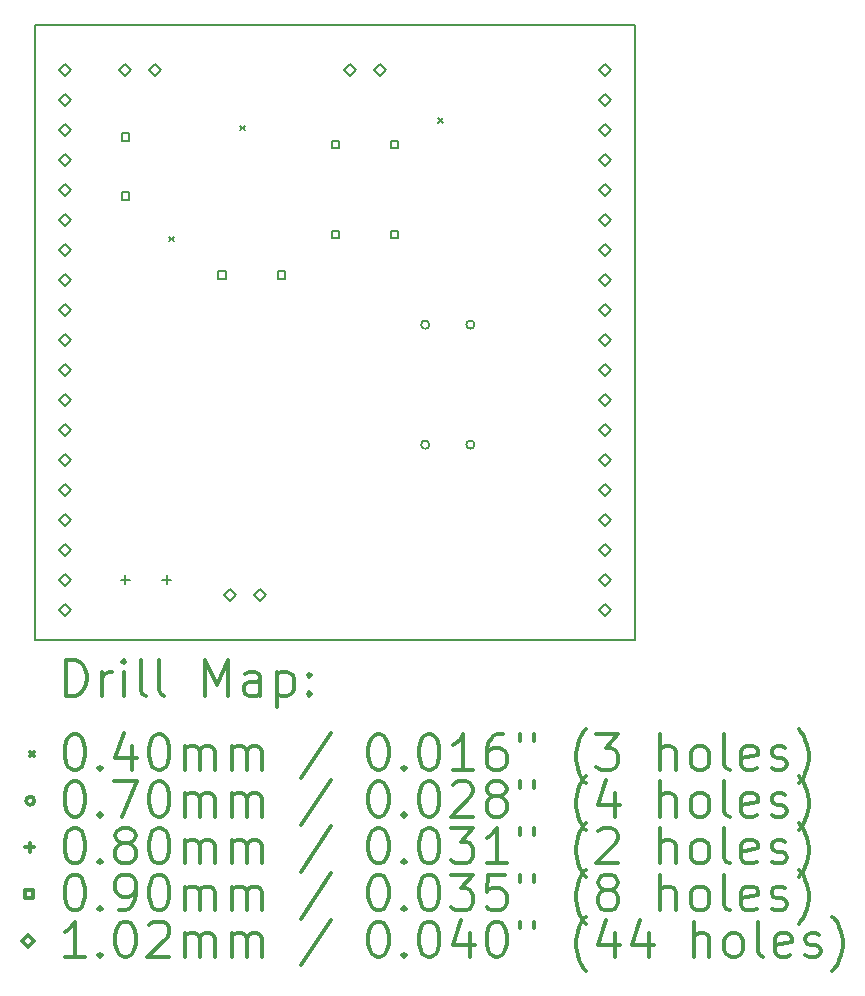
<source format=gbr>
%FSLAX45Y45*%
G04 Gerber Fmt 4.5, Leading zero omitted, Abs format (unit mm)*
G04 Created by KiCad (PCBNEW 4.0.4+e1-6308~48~ubuntu16.04.1-stable) date Wed Oct 12 16:00:18 2016*
%MOMM*%
%LPD*%
G01*
G04 APERTURE LIST*
%ADD10C,0.127000*%
%ADD11C,0.150000*%
%ADD12C,0.200000*%
%ADD13C,0.300000*%
G04 APERTURE END LIST*
D10*
D11*
X10795000Y-13081000D02*
X10541000Y-13081000D01*
X10795000Y-7874000D02*
X10795000Y-13081000D01*
X10541000Y-7874000D02*
X10795000Y-7874000D01*
X10541000Y-7874000D02*
X5715000Y-7874000D01*
X5715000Y-13081000D02*
X10541000Y-13081000D01*
X5715000Y-7874000D02*
X5715000Y-13081000D01*
D12*
X6850700Y-9670100D02*
X6890700Y-9710100D01*
X6890700Y-9670100D02*
X6850700Y-9710100D01*
X7447600Y-8730300D02*
X7487600Y-8770300D01*
X7487600Y-8730300D02*
X7447600Y-8770300D01*
X9124000Y-8666800D02*
X9164000Y-8706800D01*
X9164000Y-8666800D02*
X9124000Y-8706800D01*
X9051798Y-10413948D02*
G75*
G03X9051798Y-10413948I-35052J0D01*
G01*
X9051798Y-11429948D02*
G75*
G03X9051798Y-11429948I-35052J0D01*
G01*
X9433306Y-10414052D02*
G75*
G03X9433306Y-10414052I-35052J0D01*
G01*
X9433306Y-11430052D02*
G75*
G03X9433306Y-11430052I-35052J0D01*
G01*
X6477000Y-12533000D02*
X6477000Y-12613000D01*
X6437000Y-12573000D02*
X6517000Y-12573000D01*
X6827000Y-12533000D02*
X6827000Y-12613000D01*
X6787000Y-12573000D02*
X6867000Y-12573000D01*
X6508820Y-8858320D02*
X6508820Y-8794680D01*
X6445180Y-8794680D01*
X6445180Y-8858320D01*
X6508820Y-8858320D01*
X6508820Y-9358320D02*
X6508820Y-9294680D01*
X6445180Y-9294680D01*
X6445180Y-9358320D01*
X6508820Y-9358320D01*
X7329620Y-10026720D02*
X7329620Y-9963080D01*
X7265980Y-9963080D01*
X7265980Y-10026720D01*
X7329620Y-10026720D01*
X7829620Y-10026720D02*
X7829620Y-9963080D01*
X7765980Y-9963080D01*
X7765980Y-10026720D01*
X7829620Y-10026720D01*
X8286820Y-8921820D02*
X8286820Y-8858180D01*
X8223180Y-8858180D01*
X8223180Y-8921820D01*
X8286820Y-8921820D01*
X8286820Y-9683820D02*
X8286820Y-9620180D01*
X8223180Y-9620180D01*
X8223180Y-9683820D01*
X8286820Y-9683820D01*
X8786820Y-8921820D02*
X8786820Y-8858180D01*
X8723180Y-8858180D01*
X8723180Y-8921820D01*
X8786820Y-8921820D01*
X8786820Y-9683820D02*
X8786820Y-9620180D01*
X8723180Y-9620180D01*
X8723180Y-9683820D01*
X8786820Y-9683820D01*
X5969000Y-8305800D02*
X6019800Y-8255000D01*
X5969000Y-8204200D01*
X5918200Y-8255000D01*
X5969000Y-8305800D01*
X5969000Y-8559800D02*
X6019800Y-8509000D01*
X5969000Y-8458200D01*
X5918200Y-8509000D01*
X5969000Y-8559800D01*
X5969000Y-8813800D02*
X6019800Y-8763000D01*
X5969000Y-8712200D01*
X5918200Y-8763000D01*
X5969000Y-8813800D01*
X5969000Y-9067800D02*
X6019800Y-9017000D01*
X5969000Y-8966200D01*
X5918200Y-9017000D01*
X5969000Y-9067800D01*
X5969000Y-9321800D02*
X6019800Y-9271000D01*
X5969000Y-9220200D01*
X5918200Y-9271000D01*
X5969000Y-9321800D01*
X5969000Y-9575800D02*
X6019800Y-9525000D01*
X5969000Y-9474200D01*
X5918200Y-9525000D01*
X5969000Y-9575800D01*
X5969000Y-9829800D02*
X6019800Y-9779000D01*
X5969000Y-9728200D01*
X5918200Y-9779000D01*
X5969000Y-9829800D01*
X5969000Y-10083800D02*
X6019800Y-10033000D01*
X5969000Y-9982200D01*
X5918200Y-10033000D01*
X5969000Y-10083800D01*
X5969000Y-10337800D02*
X6019800Y-10287000D01*
X5969000Y-10236200D01*
X5918200Y-10287000D01*
X5969000Y-10337800D01*
X5969000Y-10591800D02*
X6019800Y-10541000D01*
X5969000Y-10490200D01*
X5918200Y-10541000D01*
X5969000Y-10591800D01*
X5969000Y-10845800D02*
X6019800Y-10795000D01*
X5969000Y-10744200D01*
X5918200Y-10795000D01*
X5969000Y-10845800D01*
X5969000Y-11099800D02*
X6019800Y-11049000D01*
X5969000Y-10998200D01*
X5918200Y-11049000D01*
X5969000Y-11099800D01*
X5969000Y-11353800D02*
X6019800Y-11303000D01*
X5969000Y-11252200D01*
X5918200Y-11303000D01*
X5969000Y-11353800D01*
X5969000Y-11607800D02*
X6019800Y-11557000D01*
X5969000Y-11506200D01*
X5918200Y-11557000D01*
X5969000Y-11607800D01*
X5969000Y-11861800D02*
X6019800Y-11811000D01*
X5969000Y-11760200D01*
X5918200Y-11811000D01*
X5969000Y-11861800D01*
X5969000Y-12115800D02*
X6019800Y-12065000D01*
X5969000Y-12014200D01*
X5918200Y-12065000D01*
X5969000Y-12115800D01*
X5969000Y-12369800D02*
X6019800Y-12319000D01*
X5969000Y-12268200D01*
X5918200Y-12319000D01*
X5969000Y-12369800D01*
X5969000Y-12623800D02*
X6019800Y-12573000D01*
X5969000Y-12522200D01*
X5918200Y-12573000D01*
X5969000Y-12623800D01*
X5969000Y-12877800D02*
X6019800Y-12827000D01*
X5969000Y-12776200D01*
X5918200Y-12827000D01*
X5969000Y-12877800D01*
X6477000Y-8305800D02*
X6527800Y-8255000D01*
X6477000Y-8204200D01*
X6426200Y-8255000D01*
X6477000Y-8305800D01*
X6731000Y-8305800D02*
X6781800Y-8255000D01*
X6731000Y-8204200D01*
X6680200Y-8255000D01*
X6731000Y-8305800D01*
X7366000Y-12750800D02*
X7416800Y-12700000D01*
X7366000Y-12649200D01*
X7315200Y-12700000D01*
X7366000Y-12750800D01*
X7620000Y-12750800D02*
X7670800Y-12700000D01*
X7620000Y-12649200D01*
X7569200Y-12700000D01*
X7620000Y-12750800D01*
X8382000Y-8305800D02*
X8432800Y-8255000D01*
X8382000Y-8204200D01*
X8331200Y-8255000D01*
X8382000Y-8305800D01*
X8636000Y-8305800D02*
X8686800Y-8255000D01*
X8636000Y-8204200D01*
X8585200Y-8255000D01*
X8636000Y-8305800D01*
X10541000Y-8305800D02*
X10591800Y-8255000D01*
X10541000Y-8204200D01*
X10490200Y-8255000D01*
X10541000Y-8305800D01*
X10541000Y-8559800D02*
X10591800Y-8509000D01*
X10541000Y-8458200D01*
X10490200Y-8509000D01*
X10541000Y-8559800D01*
X10541000Y-8813800D02*
X10591800Y-8763000D01*
X10541000Y-8712200D01*
X10490200Y-8763000D01*
X10541000Y-8813800D01*
X10541000Y-9067800D02*
X10591800Y-9017000D01*
X10541000Y-8966200D01*
X10490200Y-9017000D01*
X10541000Y-9067800D01*
X10541000Y-9321800D02*
X10591800Y-9271000D01*
X10541000Y-9220200D01*
X10490200Y-9271000D01*
X10541000Y-9321800D01*
X10541000Y-9575800D02*
X10591800Y-9525000D01*
X10541000Y-9474200D01*
X10490200Y-9525000D01*
X10541000Y-9575800D01*
X10541000Y-9829800D02*
X10591800Y-9779000D01*
X10541000Y-9728200D01*
X10490200Y-9779000D01*
X10541000Y-9829800D01*
X10541000Y-10083800D02*
X10591800Y-10033000D01*
X10541000Y-9982200D01*
X10490200Y-10033000D01*
X10541000Y-10083800D01*
X10541000Y-10337800D02*
X10591800Y-10287000D01*
X10541000Y-10236200D01*
X10490200Y-10287000D01*
X10541000Y-10337800D01*
X10541000Y-10591800D02*
X10591800Y-10541000D01*
X10541000Y-10490200D01*
X10490200Y-10541000D01*
X10541000Y-10591800D01*
X10541000Y-10845800D02*
X10591800Y-10795000D01*
X10541000Y-10744200D01*
X10490200Y-10795000D01*
X10541000Y-10845800D01*
X10541000Y-11099800D02*
X10591800Y-11049000D01*
X10541000Y-10998200D01*
X10490200Y-11049000D01*
X10541000Y-11099800D01*
X10541000Y-11353800D02*
X10591800Y-11303000D01*
X10541000Y-11252200D01*
X10490200Y-11303000D01*
X10541000Y-11353800D01*
X10541000Y-11607800D02*
X10591800Y-11557000D01*
X10541000Y-11506200D01*
X10490200Y-11557000D01*
X10541000Y-11607800D01*
X10541000Y-11861800D02*
X10591800Y-11811000D01*
X10541000Y-11760200D01*
X10490200Y-11811000D01*
X10541000Y-11861800D01*
X10541000Y-12115800D02*
X10591800Y-12065000D01*
X10541000Y-12014200D01*
X10490200Y-12065000D01*
X10541000Y-12115800D01*
X10541000Y-12369800D02*
X10591800Y-12319000D01*
X10541000Y-12268200D01*
X10490200Y-12319000D01*
X10541000Y-12369800D01*
X10541000Y-12623800D02*
X10591800Y-12573000D01*
X10541000Y-12522200D01*
X10490200Y-12573000D01*
X10541000Y-12623800D01*
X10541000Y-12877800D02*
X10591800Y-12827000D01*
X10541000Y-12776200D01*
X10490200Y-12827000D01*
X10541000Y-12877800D01*
D13*
X5978928Y-13554214D02*
X5978928Y-13254214D01*
X6050357Y-13254214D01*
X6093214Y-13268500D01*
X6121786Y-13297071D01*
X6136071Y-13325643D01*
X6150357Y-13382786D01*
X6150357Y-13425643D01*
X6136071Y-13482786D01*
X6121786Y-13511357D01*
X6093214Y-13539929D01*
X6050357Y-13554214D01*
X5978928Y-13554214D01*
X6278928Y-13554214D02*
X6278928Y-13354214D01*
X6278928Y-13411357D02*
X6293214Y-13382786D01*
X6307500Y-13368500D01*
X6336071Y-13354214D01*
X6364643Y-13354214D01*
X6464643Y-13554214D02*
X6464643Y-13354214D01*
X6464643Y-13254214D02*
X6450357Y-13268500D01*
X6464643Y-13282786D01*
X6478928Y-13268500D01*
X6464643Y-13254214D01*
X6464643Y-13282786D01*
X6650357Y-13554214D02*
X6621786Y-13539929D01*
X6607500Y-13511357D01*
X6607500Y-13254214D01*
X6807500Y-13554214D02*
X6778928Y-13539929D01*
X6764643Y-13511357D01*
X6764643Y-13254214D01*
X7150357Y-13554214D02*
X7150357Y-13254214D01*
X7250357Y-13468500D01*
X7350357Y-13254214D01*
X7350357Y-13554214D01*
X7621786Y-13554214D02*
X7621786Y-13397071D01*
X7607500Y-13368500D01*
X7578928Y-13354214D01*
X7521786Y-13354214D01*
X7493214Y-13368500D01*
X7621786Y-13539929D02*
X7593214Y-13554214D01*
X7521786Y-13554214D01*
X7493214Y-13539929D01*
X7478928Y-13511357D01*
X7478928Y-13482786D01*
X7493214Y-13454214D01*
X7521786Y-13439929D01*
X7593214Y-13439929D01*
X7621786Y-13425643D01*
X7764643Y-13354214D02*
X7764643Y-13654214D01*
X7764643Y-13368500D02*
X7793214Y-13354214D01*
X7850357Y-13354214D01*
X7878928Y-13368500D01*
X7893214Y-13382786D01*
X7907500Y-13411357D01*
X7907500Y-13497071D01*
X7893214Y-13525643D01*
X7878928Y-13539929D01*
X7850357Y-13554214D01*
X7793214Y-13554214D01*
X7764643Y-13539929D01*
X8036071Y-13525643D02*
X8050357Y-13539929D01*
X8036071Y-13554214D01*
X8021786Y-13539929D01*
X8036071Y-13525643D01*
X8036071Y-13554214D01*
X8036071Y-13368500D02*
X8050357Y-13382786D01*
X8036071Y-13397071D01*
X8021786Y-13382786D01*
X8036071Y-13368500D01*
X8036071Y-13397071D01*
X5667500Y-14028500D02*
X5707500Y-14068500D01*
X5707500Y-14028500D02*
X5667500Y-14068500D01*
X6036071Y-13884214D02*
X6064643Y-13884214D01*
X6093214Y-13898500D01*
X6107500Y-13912786D01*
X6121786Y-13941357D01*
X6136071Y-13998500D01*
X6136071Y-14069929D01*
X6121786Y-14127071D01*
X6107500Y-14155643D01*
X6093214Y-14169929D01*
X6064643Y-14184214D01*
X6036071Y-14184214D01*
X6007500Y-14169929D01*
X5993214Y-14155643D01*
X5978928Y-14127071D01*
X5964643Y-14069929D01*
X5964643Y-13998500D01*
X5978928Y-13941357D01*
X5993214Y-13912786D01*
X6007500Y-13898500D01*
X6036071Y-13884214D01*
X6264643Y-14155643D02*
X6278928Y-14169929D01*
X6264643Y-14184214D01*
X6250357Y-14169929D01*
X6264643Y-14155643D01*
X6264643Y-14184214D01*
X6536071Y-13984214D02*
X6536071Y-14184214D01*
X6464643Y-13869929D02*
X6393214Y-14084214D01*
X6578928Y-14084214D01*
X6750357Y-13884214D02*
X6778928Y-13884214D01*
X6807500Y-13898500D01*
X6821786Y-13912786D01*
X6836071Y-13941357D01*
X6850357Y-13998500D01*
X6850357Y-14069929D01*
X6836071Y-14127071D01*
X6821786Y-14155643D01*
X6807500Y-14169929D01*
X6778928Y-14184214D01*
X6750357Y-14184214D01*
X6721786Y-14169929D01*
X6707500Y-14155643D01*
X6693214Y-14127071D01*
X6678928Y-14069929D01*
X6678928Y-13998500D01*
X6693214Y-13941357D01*
X6707500Y-13912786D01*
X6721786Y-13898500D01*
X6750357Y-13884214D01*
X6978928Y-14184214D02*
X6978928Y-13984214D01*
X6978928Y-14012786D02*
X6993214Y-13998500D01*
X7021786Y-13984214D01*
X7064643Y-13984214D01*
X7093214Y-13998500D01*
X7107500Y-14027071D01*
X7107500Y-14184214D01*
X7107500Y-14027071D02*
X7121786Y-13998500D01*
X7150357Y-13984214D01*
X7193214Y-13984214D01*
X7221786Y-13998500D01*
X7236071Y-14027071D01*
X7236071Y-14184214D01*
X7378928Y-14184214D02*
X7378928Y-13984214D01*
X7378928Y-14012786D02*
X7393214Y-13998500D01*
X7421786Y-13984214D01*
X7464643Y-13984214D01*
X7493214Y-13998500D01*
X7507500Y-14027071D01*
X7507500Y-14184214D01*
X7507500Y-14027071D02*
X7521786Y-13998500D01*
X7550357Y-13984214D01*
X7593214Y-13984214D01*
X7621786Y-13998500D01*
X7636071Y-14027071D01*
X7636071Y-14184214D01*
X8221786Y-13869929D02*
X7964643Y-14255643D01*
X8607500Y-13884214D02*
X8636071Y-13884214D01*
X8664643Y-13898500D01*
X8678928Y-13912786D01*
X8693214Y-13941357D01*
X8707500Y-13998500D01*
X8707500Y-14069929D01*
X8693214Y-14127071D01*
X8678928Y-14155643D01*
X8664643Y-14169929D01*
X8636071Y-14184214D01*
X8607500Y-14184214D01*
X8578928Y-14169929D01*
X8564643Y-14155643D01*
X8550357Y-14127071D01*
X8536071Y-14069929D01*
X8536071Y-13998500D01*
X8550357Y-13941357D01*
X8564643Y-13912786D01*
X8578928Y-13898500D01*
X8607500Y-13884214D01*
X8836071Y-14155643D02*
X8850357Y-14169929D01*
X8836071Y-14184214D01*
X8821786Y-14169929D01*
X8836071Y-14155643D01*
X8836071Y-14184214D01*
X9036071Y-13884214D02*
X9064643Y-13884214D01*
X9093214Y-13898500D01*
X9107500Y-13912786D01*
X9121786Y-13941357D01*
X9136071Y-13998500D01*
X9136071Y-14069929D01*
X9121786Y-14127071D01*
X9107500Y-14155643D01*
X9093214Y-14169929D01*
X9064643Y-14184214D01*
X9036071Y-14184214D01*
X9007500Y-14169929D01*
X8993214Y-14155643D01*
X8978928Y-14127071D01*
X8964643Y-14069929D01*
X8964643Y-13998500D01*
X8978928Y-13941357D01*
X8993214Y-13912786D01*
X9007500Y-13898500D01*
X9036071Y-13884214D01*
X9421786Y-14184214D02*
X9250357Y-14184214D01*
X9336071Y-14184214D02*
X9336071Y-13884214D01*
X9307500Y-13927071D01*
X9278928Y-13955643D01*
X9250357Y-13969929D01*
X9678928Y-13884214D02*
X9621786Y-13884214D01*
X9593214Y-13898500D01*
X9578928Y-13912786D01*
X9550357Y-13955643D01*
X9536071Y-14012786D01*
X9536071Y-14127071D01*
X9550357Y-14155643D01*
X9564643Y-14169929D01*
X9593214Y-14184214D01*
X9650357Y-14184214D01*
X9678928Y-14169929D01*
X9693214Y-14155643D01*
X9707500Y-14127071D01*
X9707500Y-14055643D01*
X9693214Y-14027071D01*
X9678928Y-14012786D01*
X9650357Y-13998500D01*
X9593214Y-13998500D01*
X9564643Y-14012786D01*
X9550357Y-14027071D01*
X9536071Y-14055643D01*
X9821786Y-13884214D02*
X9821786Y-13941357D01*
X9936071Y-13884214D02*
X9936071Y-13941357D01*
X10378928Y-14298500D02*
X10364643Y-14284214D01*
X10336071Y-14241357D01*
X10321786Y-14212786D01*
X10307500Y-14169929D01*
X10293214Y-14098500D01*
X10293214Y-14041357D01*
X10307500Y-13969929D01*
X10321786Y-13927071D01*
X10336071Y-13898500D01*
X10364643Y-13855643D01*
X10378928Y-13841357D01*
X10464643Y-13884214D02*
X10650357Y-13884214D01*
X10550357Y-13998500D01*
X10593214Y-13998500D01*
X10621786Y-14012786D01*
X10636071Y-14027071D01*
X10650357Y-14055643D01*
X10650357Y-14127071D01*
X10636071Y-14155643D01*
X10621786Y-14169929D01*
X10593214Y-14184214D01*
X10507500Y-14184214D01*
X10478928Y-14169929D01*
X10464643Y-14155643D01*
X11007500Y-14184214D02*
X11007500Y-13884214D01*
X11136071Y-14184214D02*
X11136071Y-14027071D01*
X11121786Y-13998500D01*
X11093214Y-13984214D01*
X11050357Y-13984214D01*
X11021786Y-13998500D01*
X11007500Y-14012786D01*
X11321785Y-14184214D02*
X11293214Y-14169929D01*
X11278928Y-14155643D01*
X11264643Y-14127071D01*
X11264643Y-14041357D01*
X11278928Y-14012786D01*
X11293214Y-13998500D01*
X11321785Y-13984214D01*
X11364643Y-13984214D01*
X11393214Y-13998500D01*
X11407500Y-14012786D01*
X11421785Y-14041357D01*
X11421785Y-14127071D01*
X11407500Y-14155643D01*
X11393214Y-14169929D01*
X11364643Y-14184214D01*
X11321785Y-14184214D01*
X11593214Y-14184214D02*
X11564643Y-14169929D01*
X11550357Y-14141357D01*
X11550357Y-13884214D01*
X11821786Y-14169929D02*
X11793214Y-14184214D01*
X11736071Y-14184214D01*
X11707500Y-14169929D01*
X11693214Y-14141357D01*
X11693214Y-14027071D01*
X11707500Y-13998500D01*
X11736071Y-13984214D01*
X11793214Y-13984214D01*
X11821786Y-13998500D01*
X11836071Y-14027071D01*
X11836071Y-14055643D01*
X11693214Y-14084214D01*
X11950357Y-14169929D02*
X11978928Y-14184214D01*
X12036071Y-14184214D01*
X12064643Y-14169929D01*
X12078928Y-14141357D01*
X12078928Y-14127071D01*
X12064643Y-14098500D01*
X12036071Y-14084214D01*
X11993214Y-14084214D01*
X11964643Y-14069929D01*
X11950357Y-14041357D01*
X11950357Y-14027071D01*
X11964643Y-13998500D01*
X11993214Y-13984214D01*
X12036071Y-13984214D01*
X12064643Y-13998500D01*
X12178928Y-14298500D02*
X12193214Y-14284214D01*
X12221786Y-14241357D01*
X12236071Y-14212786D01*
X12250357Y-14169929D01*
X12264643Y-14098500D01*
X12264643Y-14041357D01*
X12250357Y-13969929D01*
X12236071Y-13927071D01*
X12221786Y-13898500D01*
X12193214Y-13855643D01*
X12178928Y-13841357D01*
X5707500Y-14444500D02*
G75*
G03X5707500Y-14444500I-35052J0D01*
G01*
X6036071Y-14280214D02*
X6064643Y-14280214D01*
X6093214Y-14294500D01*
X6107500Y-14308786D01*
X6121786Y-14337357D01*
X6136071Y-14394500D01*
X6136071Y-14465929D01*
X6121786Y-14523071D01*
X6107500Y-14551643D01*
X6093214Y-14565929D01*
X6064643Y-14580214D01*
X6036071Y-14580214D01*
X6007500Y-14565929D01*
X5993214Y-14551643D01*
X5978928Y-14523071D01*
X5964643Y-14465929D01*
X5964643Y-14394500D01*
X5978928Y-14337357D01*
X5993214Y-14308786D01*
X6007500Y-14294500D01*
X6036071Y-14280214D01*
X6264643Y-14551643D02*
X6278928Y-14565929D01*
X6264643Y-14580214D01*
X6250357Y-14565929D01*
X6264643Y-14551643D01*
X6264643Y-14580214D01*
X6378928Y-14280214D02*
X6578928Y-14280214D01*
X6450357Y-14580214D01*
X6750357Y-14280214D02*
X6778928Y-14280214D01*
X6807500Y-14294500D01*
X6821786Y-14308786D01*
X6836071Y-14337357D01*
X6850357Y-14394500D01*
X6850357Y-14465929D01*
X6836071Y-14523071D01*
X6821786Y-14551643D01*
X6807500Y-14565929D01*
X6778928Y-14580214D01*
X6750357Y-14580214D01*
X6721786Y-14565929D01*
X6707500Y-14551643D01*
X6693214Y-14523071D01*
X6678928Y-14465929D01*
X6678928Y-14394500D01*
X6693214Y-14337357D01*
X6707500Y-14308786D01*
X6721786Y-14294500D01*
X6750357Y-14280214D01*
X6978928Y-14580214D02*
X6978928Y-14380214D01*
X6978928Y-14408786D02*
X6993214Y-14394500D01*
X7021786Y-14380214D01*
X7064643Y-14380214D01*
X7093214Y-14394500D01*
X7107500Y-14423071D01*
X7107500Y-14580214D01*
X7107500Y-14423071D02*
X7121786Y-14394500D01*
X7150357Y-14380214D01*
X7193214Y-14380214D01*
X7221786Y-14394500D01*
X7236071Y-14423071D01*
X7236071Y-14580214D01*
X7378928Y-14580214D02*
X7378928Y-14380214D01*
X7378928Y-14408786D02*
X7393214Y-14394500D01*
X7421786Y-14380214D01*
X7464643Y-14380214D01*
X7493214Y-14394500D01*
X7507500Y-14423071D01*
X7507500Y-14580214D01*
X7507500Y-14423071D02*
X7521786Y-14394500D01*
X7550357Y-14380214D01*
X7593214Y-14380214D01*
X7621786Y-14394500D01*
X7636071Y-14423071D01*
X7636071Y-14580214D01*
X8221786Y-14265929D02*
X7964643Y-14651643D01*
X8607500Y-14280214D02*
X8636071Y-14280214D01*
X8664643Y-14294500D01*
X8678928Y-14308786D01*
X8693214Y-14337357D01*
X8707500Y-14394500D01*
X8707500Y-14465929D01*
X8693214Y-14523071D01*
X8678928Y-14551643D01*
X8664643Y-14565929D01*
X8636071Y-14580214D01*
X8607500Y-14580214D01*
X8578928Y-14565929D01*
X8564643Y-14551643D01*
X8550357Y-14523071D01*
X8536071Y-14465929D01*
X8536071Y-14394500D01*
X8550357Y-14337357D01*
X8564643Y-14308786D01*
X8578928Y-14294500D01*
X8607500Y-14280214D01*
X8836071Y-14551643D02*
X8850357Y-14565929D01*
X8836071Y-14580214D01*
X8821786Y-14565929D01*
X8836071Y-14551643D01*
X8836071Y-14580214D01*
X9036071Y-14280214D02*
X9064643Y-14280214D01*
X9093214Y-14294500D01*
X9107500Y-14308786D01*
X9121786Y-14337357D01*
X9136071Y-14394500D01*
X9136071Y-14465929D01*
X9121786Y-14523071D01*
X9107500Y-14551643D01*
X9093214Y-14565929D01*
X9064643Y-14580214D01*
X9036071Y-14580214D01*
X9007500Y-14565929D01*
X8993214Y-14551643D01*
X8978928Y-14523071D01*
X8964643Y-14465929D01*
X8964643Y-14394500D01*
X8978928Y-14337357D01*
X8993214Y-14308786D01*
X9007500Y-14294500D01*
X9036071Y-14280214D01*
X9250357Y-14308786D02*
X9264643Y-14294500D01*
X9293214Y-14280214D01*
X9364643Y-14280214D01*
X9393214Y-14294500D01*
X9407500Y-14308786D01*
X9421786Y-14337357D01*
X9421786Y-14365929D01*
X9407500Y-14408786D01*
X9236071Y-14580214D01*
X9421786Y-14580214D01*
X9593214Y-14408786D02*
X9564643Y-14394500D01*
X9550357Y-14380214D01*
X9536071Y-14351643D01*
X9536071Y-14337357D01*
X9550357Y-14308786D01*
X9564643Y-14294500D01*
X9593214Y-14280214D01*
X9650357Y-14280214D01*
X9678928Y-14294500D01*
X9693214Y-14308786D01*
X9707500Y-14337357D01*
X9707500Y-14351643D01*
X9693214Y-14380214D01*
X9678928Y-14394500D01*
X9650357Y-14408786D01*
X9593214Y-14408786D01*
X9564643Y-14423071D01*
X9550357Y-14437357D01*
X9536071Y-14465929D01*
X9536071Y-14523071D01*
X9550357Y-14551643D01*
X9564643Y-14565929D01*
X9593214Y-14580214D01*
X9650357Y-14580214D01*
X9678928Y-14565929D01*
X9693214Y-14551643D01*
X9707500Y-14523071D01*
X9707500Y-14465929D01*
X9693214Y-14437357D01*
X9678928Y-14423071D01*
X9650357Y-14408786D01*
X9821786Y-14280214D02*
X9821786Y-14337357D01*
X9936071Y-14280214D02*
X9936071Y-14337357D01*
X10378928Y-14694500D02*
X10364643Y-14680214D01*
X10336071Y-14637357D01*
X10321786Y-14608786D01*
X10307500Y-14565929D01*
X10293214Y-14494500D01*
X10293214Y-14437357D01*
X10307500Y-14365929D01*
X10321786Y-14323071D01*
X10336071Y-14294500D01*
X10364643Y-14251643D01*
X10378928Y-14237357D01*
X10621786Y-14380214D02*
X10621786Y-14580214D01*
X10550357Y-14265929D02*
X10478928Y-14480214D01*
X10664643Y-14480214D01*
X11007500Y-14580214D02*
X11007500Y-14280214D01*
X11136071Y-14580214D02*
X11136071Y-14423071D01*
X11121786Y-14394500D01*
X11093214Y-14380214D01*
X11050357Y-14380214D01*
X11021786Y-14394500D01*
X11007500Y-14408786D01*
X11321785Y-14580214D02*
X11293214Y-14565929D01*
X11278928Y-14551643D01*
X11264643Y-14523071D01*
X11264643Y-14437357D01*
X11278928Y-14408786D01*
X11293214Y-14394500D01*
X11321785Y-14380214D01*
X11364643Y-14380214D01*
X11393214Y-14394500D01*
X11407500Y-14408786D01*
X11421785Y-14437357D01*
X11421785Y-14523071D01*
X11407500Y-14551643D01*
X11393214Y-14565929D01*
X11364643Y-14580214D01*
X11321785Y-14580214D01*
X11593214Y-14580214D02*
X11564643Y-14565929D01*
X11550357Y-14537357D01*
X11550357Y-14280214D01*
X11821786Y-14565929D02*
X11793214Y-14580214D01*
X11736071Y-14580214D01*
X11707500Y-14565929D01*
X11693214Y-14537357D01*
X11693214Y-14423071D01*
X11707500Y-14394500D01*
X11736071Y-14380214D01*
X11793214Y-14380214D01*
X11821786Y-14394500D01*
X11836071Y-14423071D01*
X11836071Y-14451643D01*
X11693214Y-14480214D01*
X11950357Y-14565929D02*
X11978928Y-14580214D01*
X12036071Y-14580214D01*
X12064643Y-14565929D01*
X12078928Y-14537357D01*
X12078928Y-14523071D01*
X12064643Y-14494500D01*
X12036071Y-14480214D01*
X11993214Y-14480214D01*
X11964643Y-14465929D01*
X11950357Y-14437357D01*
X11950357Y-14423071D01*
X11964643Y-14394500D01*
X11993214Y-14380214D01*
X12036071Y-14380214D01*
X12064643Y-14394500D01*
X12178928Y-14694500D02*
X12193214Y-14680214D01*
X12221786Y-14637357D01*
X12236071Y-14608786D01*
X12250357Y-14565929D01*
X12264643Y-14494500D01*
X12264643Y-14437357D01*
X12250357Y-14365929D01*
X12236071Y-14323071D01*
X12221786Y-14294500D01*
X12193214Y-14251643D01*
X12178928Y-14237357D01*
X5667500Y-14800500D02*
X5667500Y-14880500D01*
X5627500Y-14840500D02*
X5707500Y-14840500D01*
X6036071Y-14676214D02*
X6064643Y-14676214D01*
X6093214Y-14690500D01*
X6107500Y-14704786D01*
X6121786Y-14733357D01*
X6136071Y-14790500D01*
X6136071Y-14861929D01*
X6121786Y-14919071D01*
X6107500Y-14947643D01*
X6093214Y-14961929D01*
X6064643Y-14976214D01*
X6036071Y-14976214D01*
X6007500Y-14961929D01*
X5993214Y-14947643D01*
X5978928Y-14919071D01*
X5964643Y-14861929D01*
X5964643Y-14790500D01*
X5978928Y-14733357D01*
X5993214Y-14704786D01*
X6007500Y-14690500D01*
X6036071Y-14676214D01*
X6264643Y-14947643D02*
X6278928Y-14961929D01*
X6264643Y-14976214D01*
X6250357Y-14961929D01*
X6264643Y-14947643D01*
X6264643Y-14976214D01*
X6450357Y-14804786D02*
X6421786Y-14790500D01*
X6407500Y-14776214D01*
X6393214Y-14747643D01*
X6393214Y-14733357D01*
X6407500Y-14704786D01*
X6421786Y-14690500D01*
X6450357Y-14676214D01*
X6507500Y-14676214D01*
X6536071Y-14690500D01*
X6550357Y-14704786D01*
X6564643Y-14733357D01*
X6564643Y-14747643D01*
X6550357Y-14776214D01*
X6536071Y-14790500D01*
X6507500Y-14804786D01*
X6450357Y-14804786D01*
X6421786Y-14819071D01*
X6407500Y-14833357D01*
X6393214Y-14861929D01*
X6393214Y-14919071D01*
X6407500Y-14947643D01*
X6421786Y-14961929D01*
X6450357Y-14976214D01*
X6507500Y-14976214D01*
X6536071Y-14961929D01*
X6550357Y-14947643D01*
X6564643Y-14919071D01*
X6564643Y-14861929D01*
X6550357Y-14833357D01*
X6536071Y-14819071D01*
X6507500Y-14804786D01*
X6750357Y-14676214D02*
X6778928Y-14676214D01*
X6807500Y-14690500D01*
X6821786Y-14704786D01*
X6836071Y-14733357D01*
X6850357Y-14790500D01*
X6850357Y-14861929D01*
X6836071Y-14919071D01*
X6821786Y-14947643D01*
X6807500Y-14961929D01*
X6778928Y-14976214D01*
X6750357Y-14976214D01*
X6721786Y-14961929D01*
X6707500Y-14947643D01*
X6693214Y-14919071D01*
X6678928Y-14861929D01*
X6678928Y-14790500D01*
X6693214Y-14733357D01*
X6707500Y-14704786D01*
X6721786Y-14690500D01*
X6750357Y-14676214D01*
X6978928Y-14976214D02*
X6978928Y-14776214D01*
X6978928Y-14804786D02*
X6993214Y-14790500D01*
X7021786Y-14776214D01*
X7064643Y-14776214D01*
X7093214Y-14790500D01*
X7107500Y-14819071D01*
X7107500Y-14976214D01*
X7107500Y-14819071D02*
X7121786Y-14790500D01*
X7150357Y-14776214D01*
X7193214Y-14776214D01*
X7221786Y-14790500D01*
X7236071Y-14819071D01*
X7236071Y-14976214D01*
X7378928Y-14976214D02*
X7378928Y-14776214D01*
X7378928Y-14804786D02*
X7393214Y-14790500D01*
X7421786Y-14776214D01*
X7464643Y-14776214D01*
X7493214Y-14790500D01*
X7507500Y-14819071D01*
X7507500Y-14976214D01*
X7507500Y-14819071D02*
X7521786Y-14790500D01*
X7550357Y-14776214D01*
X7593214Y-14776214D01*
X7621786Y-14790500D01*
X7636071Y-14819071D01*
X7636071Y-14976214D01*
X8221786Y-14661929D02*
X7964643Y-15047643D01*
X8607500Y-14676214D02*
X8636071Y-14676214D01*
X8664643Y-14690500D01*
X8678928Y-14704786D01*
X8693214Y-14733357D01*
X8707500Y-14790500D01*
X8707500Y-14861929D01*
X8693214Y-14919071D01*
X8678928Y-14947643D01*
X8664643Y-14961929D01*
X8636071Y-14976214D01*
X8607500Y-14976214D01*
X8578928Y-14961929D01*
X8564643Y-14947643D01*
X8550357Y-14919071D01*
X8536071Y-14861929D01*
X8536071Y-14790500D01*
X8550357Y-14733357D01*
X8564643Y-14704786D01*
X8578928Y-14690500D01*
X8607500Y-14676214D01*
X8836071Y-14947643D02*
X8850357Y-14961929D01*
X8836071Y-14976214D01*
X8821786Y-14961929D01*
X8836071Y-14947643D01*
X8836071Y-14976214D01*
X9036071Y-14676214D02*
X9064643Y-14676214D01*
X9093214Y-14690500D01*
X9107500Y-14704786D01*
X9121786Y-14733357D01*
X9136071Y-14790500D01*
X9136071Y-14861929D01*
X9121786Y-14919071D01*
X9107500Y-14947643D01*
X9093214Y-14961929D01*
X9064643Y-14976214D01*
X9036071Y-14976214D01*
X9007500Y-14961929D01*
X8993214Y-14947643D01*
X8978928Y-14919071D01*
X8964643Y-14861929D01*
X8964643Y-14790500D01*
X8978928Y-14733357D01*
X8993214Y-14704786D01*
X9007500Y-14690500D01*
X9036071Y-14676214D01*
X9236071Y-14676214D02*
X9421786Y-14676214D01*
X9321786Y-14790500D01*
X9364643Y-14790500D01*
X9393214Y-14804786D01*
X9407500Y-14819071D01*
X9421786Y-14847643D01*
X9421786Y-14919071D01*
X9407500Y-14947643D01*
X9393214Y-14961929D01*
X9364643Y-14976214D01*
X9278928Y-14976214D01*
X9250357Y-14961929D01*
X9236071Y-14947643D01*
X9707500Y-14976214D02*
X9536071Y-14976214D01*
X9621786Y-14976214D02*
X9621786Y-14676214D01*
X9593214Y-14719071D01*
X9564643Y-14747643D01*
X9536071Y-14761929D01*
X9821786Y-14676214D02*
X9821786Y-14733357D01*
X9936071Y-14676214D02*
X9936071Y-14733357D01*
X10378928Y-15090500D02*
X10364643Y-15076214D01*
X10336071Y-15033357D01*
X10321786Y-15004786D01*
X10307500Y-14961929D01*
X10293214Y-14890500D01*
X10293214Y-14833357D01*
X10307500Y-14761929D01*
X10321786Y-14719071D01*
X10336071Y-14690500D01*
X10364643Y-14647643D01*
X10378928Y-14633357D01*
X10478928Y-14704786D02*
X10493214Y-14690500D01*
X10521786Y-14676214D01*
X10593214Y-14676214D01*
X10621786Y-14690500D01*
X10636071Y-14704786D01*
X10650357Y-14733357D01*
X10650357Y-14761929D01*
X10636071Y-14804786D01*
X10464643Y-14976214D01*
X10650357Y-14976214D01*
X11007500Y-14976214D02*
X11007500Y-14676214D01*
X11136071Y-14976214D02*
X11136071Y-14819071D01*
X11121786Y-14790500D01*
X11093214Y-14776214D01*
X11050357Y-14776214D01*
X11021786Y-14790500D01*
X11007500Y-14804786D01*
X11321785Y-14976214D02*
X11293214Y-14961929D01*
X11278928Y-14947643D01*
X11264643Y-14919071D01*
X11264643Y-14833357D01*
X11278928Y-14804786D01*
X11293214Y-14790500D01*
X11321785Y-14776214D01*
X11364643Y-14776214D01*
X11393214Y-14790500D01*
X11407500Y-14804786D01*
X11421785Y-14833357D01*
X11421785Y-14919071D01*
X11407500Y-14947643D01*
X11393214Y-14961929D01*
X11364643Y-14976214D01*
X11321785Y-14976214D01*
X11593214Y-14976214D02*
X11564643Y-14961929D01*
X11550357Y-14933357D01*
X11550357Y-14676214D01*
X11821786Y-14961929D02*
X11793214Y-14976214D01*
X11736071Y-14976214D01*
X11707500Y-14961929D01*
X11693214Y-14933357D01*
X11693214Y-14819071D01*
X11707500Y-14790500D01*
X11736071Y-14776214D01*
X11793214Y-14776214D01*
X11821786Y-14790500D01*
X11836071Y-14819071D01*
X11836071Y-14847643D01*
X11693214Y-14876214D01*
X11950357Y-14961929D02*
X11978928Y-14976214D01*
X12036071Y-14976214D01*
X12064643Y-14961929D01*
X12078928Y-14933357D01*
X12078928Y-14919071D01*
X12064643Y-14890500D01*
X12036071Y-14876214D01*
X11993214Y-14876214D01*
X11964643Y-14861929D01*
X11950357Y-14833357D01*
X11950357Y-14819071D01*
X11964643Y-14790500D01*
X11993214Y-14776214D01*
X12036071Y-14776214D01*
X12064643Y-14790500D01*
X12178928Y-15090500D02*
X12193214Y-15076214D01*
X12221786Y-15033357D01*
X12236071Y-15004786D01*
X12250357Y-14961929D01*
X12264643Y-14890500D01*
X12264643Y-14833357D01*
X12250357Y-14761929D01*
X12236071Y-14719071D01*
X12221786Y-14690500D01*
X12193214Y-14647643D01*
X12178928Y-14633357D01*
X5694320Y-15268320D02*
X5694320Y-15204680D01*
X5630680Y-15204680D01*
X5630680Y-15268320D01*
X5694320Y-15268320D01*
X6036071Y-15072214D02*
X6064643Y-15072214D01*
X6093214Y-15086500D01*
X6107500Y-15100786D01*
X6121786Y-15129357D01*
X6136071Y-15186500D01*
X6136071Y-15257929D01*
X6121786Y-15315071D01*
X6107500Y-15343643D01*
X6093214Y-15357929D01*
X6064643Y-15372214D01*
X6036071Y-15372214D01*
X6007500Y-15357929D01*
X5993214Y-15343643D01*
X5978928Y-15315071D01*
X5964643Y-15257929D01*
X5964643Y-15186500D01*
X5978928Y-15129357D01*
X5993214Y-15100786D01*
X6007500Y-15086500D01*
X6036071Y-15072214D01*
X6264643Y-15343643D02*
X6278928Y-15357929D01*
X6264643Y-15372214D01*
X6250357Y-15357929D01*
X6264643Y-15343643D01*
X6264643Y-15372214D01*
X6421786Y-15372214D02*
X6478928Y-15372214D01*
X6507500Y-15357929D01*
X6521786Y-15343643D01*
X6550357Y-15300786D01*
X6564643Y-15243643D01*
X6564643Y-15129357D01*
X6550357Y-15100786D01*
X6536071Y-15086500D01*
X6507500Y-15072214D01*
X6450357Y-15072214D01*
X6421786Y-15086500D01*
X6407500Y-15100786D01*
X6393214Y-15129357D01*
X6393214Y-15200786D01*
X6407500Y-15229357D01*
X6421786Y-15243643D01*
X6450357Y-15257929D01*
X6507500Y-15257929D01*
X6536071Y-15243643D01*
X6550357Y-15229357D01*
X6564643Y-15200786D01*
X6750357Y-15072214D02*
X6778928Y-15072214D01*
X6807500Y-15086500D01*
X6821786Y-15100786D01*
X6836071Y-15129357D01*
X6850357Y-15186500D01*
X6850357Y-15257929D01*
X6836071Y-15315071D01*
X6821786Y-15343643D01*
X6807500Y-15357929D01*
X6778928Y-15372214D01*
X6750357Y-15372214D01*
X6721786Y-15357929D01*
X6707500Y-15343643D01*
X6693214Y-15315071D01*
X6678928Y-15257929D01*
X6678928Y-15186500D01*
X6693214Y-15129357D01*
X6707500Y-15100786D01*
X6721786Y-15086500D01*
X6750357Y-15072214D01*
X6978928Y-15372214D02*
X6978928Y-15172214D01*
X6978928Y-15200786D02*
X6993214Y-15186500D01*
X7021786Y-15172214D01*
X7064643Y-15172214D01*
X7093214Y-15186500D01*
X7107500Y-15215071D01*
X7107500Y-15372214D01*
X7107500Y-15215071D02*
X7121786Y-15186500D01*
X7150357Y-15172214D01*
X7193214Y-15172214D01*
X7221786Y-15186500D01*
X7236071Y-15215071D01*
X7236071Y-15372214D01*
X7378928Y-15372214D02*
X7378928Y-15172214D01*
X7378928Y-15200786D02*
X7393214Y-15186500D01*
X7421786Y-15172214D01*
X7464643Y-15172214D01*
X7493214Y-15186500D01*
X7507500Y-15215071D01*
X7507500Y-15372214D01*
X7507500Y-15215071D02*
X7521786Y-15186500D01*
X7550357Y-15172214D01*
X7593214Y-15172214D01*
X7621786Y-15186500D01*
X7636071Y-15215071D01*
X7636071Y-15372214D01*
X8221786Y-15057929D02*
X7964643Y-15443643D01*
X8607500Y-15072214D02*
X8636071Y-15072214D01*
X8664643Y-15086500D01*
X8678928Y-15100786D01*
X8693214Y-15129357D01*
X8707500Y-15186500D01*
X8707500Y-15257929D01*
X8693214Y-15315071D01*
X8678928Y-15343643D01*
X8664643Y-15357929D01*
X8636071Y-15372214D01*
X8607500Y-15372214D01*
X8578928Y-15357929D01*
X8564643Y-15343643D01*
X8550357Y-15315071D01*
X8536071Y-15257929D01*
X8536071Y-15186500D01*
X8550357Y-15129357D01*
X8564643Y-15100786D01*
X8578928Y-15086500D01*
X8607500Y-15072214D01*
X8836071Y-15343643D02*
X8850357Y-15357929D01*
X8836071Y-15372214D01*
X8821786Y-15357929D01*
X8836071Y-15343643D01*
X8836071Y-15372214D01*
X9036071Y-15072214D02*
X9064643Y-15072214D01*
X9093214Y-15086500D01*
X9107500Y-15100786D01*
X9121786Y-15129357D01*
X9136071Y-15186500D01*
X9136071Y-15257929D01*
X9121786Y-15315071D01*
X9107500Y-15343643D01*
X9093214Y-15357929D01*
X9064643Y-15372214D01*
X9036071Y-15372214D01*
X9007500Y-15357929D01*
X8993214Y-15343643D01*
X8978928Y-15315071D01*
X8964643Y-15257929D01*
X8964643Y-15186500D01*
X8978928Y-15129357D01*
X8993214Y-15100786D01*
X9007500Y-15086500D01*
X9036071Y-15072214D01*
X9236071Y-15072214D02*
X9421786Y-15072214D01*
X9321786Y-15186500D01*
X9364643Y-15186500D01*
X9393214Y-15200786D01*
X9407500Y-15215071D01*
X9421786Y-15243643D01*
X9421786Y-15315071D01*
X9407500Y-15343643D01*
X9393214Y-15357929D01*
X9364643Y-15372214D01*
X9278928Y-15372214D01*
X9250357Y-15357929D01*
X9236071Y-15343643D01*
X9693214Y-15072214D02*
X9550357Y-15072214D01*
X9536071Y-15215071D01*
X9550357Y-15200786D01*
X9578928Y-15186500D01*
X9650357Y-15186500D01*
X9678928Y-15200786D01*
X9693214Y-15215071D01*
X9707500Y-15243643D01*
X9707500Y-15315071D01*
X9693214Y-15343643D01*
X9678928Y-15357929D01*
X9650357Y-15372214D01*
X9578928Y-15372214D01*
X9550357Y-15357929D01*
X9536071Y-15343643D01*
X9821786Y-15072214D02*
X9821786Y-15129357D01*
X9936071Y-15072214D02*
X9936071Y-15129357D01*
X10378928Y-15486500D02*
X10364643Y-15472214D01*
X10336071Y-15429357D01*
X10321786Y-15400786D01*
X10307500Y-15357929D01*
X10293214Y-15286500D01*
X10293214Y-15229357D01*
X10307500Y-15157929D01*
X10321786Y-15115071D01*
X10336071Y-15086500D01*
X10364643Y-15043643D01*
X10378928Y-15029357D01*
X10536071Y-15200786D02*
X10507500Y-15186500D01*
X10493214Y-15172214D01*
X10478928Y-15143643D01*
X10478928Y-15129357D01*
X10493214Y-15100786D01*
X10507500Y-15086500D01*
X10536071Y-15072214D01*
X10593214Y-15072214D01*
X10621786Y-15086500D01*
X10636071Y-15100786D01*
X10650357Y-15129357D01*
X10650357Y-15143643D01*
X10636071Y-15172214D01*
X10621786Y-15186500D01*
X10593214Y-15200786D01*
X10536071Y-15200786D01*
X10507500Y-15215071D01*
X10493214Y-15229357D01*
X10478928Y-15257929D01*
X10478928Y-15315071D01*
X10493214Y-15343643D01*
X10507500Y-15357929D01*
X10536071Y-15372214D01*
X10593214Y-15372214D01*
X10621786Y-15357929D01*
X10636071Y-15343643D01*
X10650357Y-15315071D01*
X10650357Y-15257929D01*
X10636071Y-15229357D01*
X10621786Y-15215071D01*
X10593214Y-15200786D01*
X11007500Y-15372214D02*
X11007500Y-15072214D01*
X11136071Y-15372214D02*
X11136071Y-15215071D01*
X11121786Y-15186500D01*
X11093214Y-15172214D01*
X11050357Y-15172214D01*
X11021786Y-15186500D01*
X11007500Y-15200786D01*
X11321785Y-15372214D02*
X11293214Y-15357929D01*
X11278928Y-15343643D01*
X11264643Y-15315071D01*
X11264643Y-15229357D01*
X11278928Y-15200786D01*
X11293214Y-15186500D01*
X11321785Y-15172214D01*
X11364643Y-15172214D01*
X11393214Y-15186500D01*
X11407500Y-15200786D01*
X11421785Y-15229357D01*
X11421785Y-15315071D01*
X11407500Y-15343643D01*
X11393214Y-15357929D01*
X11364643Y-15372214D01*
X11321785Y-15372214D01*
X11593214Y-15372214D02*
X11564643Y-15357929D01*
X11550357Y-15329357D01*
X11550357Y-15072214D01*
X11821786Y-15357929D02*
X11793214Y-15372214D01*
X11736071Y-15372214D01*
X11707500Y-15357929D01*
X11693214Y-15329357D01*
X11693214Y-15215071D01*
X11707500Y-15186500D01*
X11736071Y-15172214D01*
X11793214Y-15172214D01*
X11821786Y-15186500D01*
X11836071Y-15215071D01*
X11836071Y-15243643D01*
X11693214Y-15272214D01*
X11950357Y-15357929D02*
X11978928Y-15372214D01*
X12036071Y-15372214D01*
X12064643Y-15357929D01*
X12078928Y-15329357D01*
X12078928Y-15315071D01*
X12064643Y-15286500D01*
X12036071Y-15272214D01*
X11993214Y-15272214D01*
X11964643Y-15257929D01*
X11950357Y-15229357D01*
X11950357Y-15215071D01*
X11964643Y-15186500D01*
X11993214Y-15172214D01*
X12036071Y-15172214D01*
X12064643Y-15186500D01*
X12178928Y-15486500D02*
X12193214Y-15472214D01*
X12221786Y-15429357D01*
X12236071Y-15400786D01*
X12250357Y-15357929D01*
X12264643Y-15286500D01*
X12264643Y-15229357D01*
X12250357Y-15157929D01*
X12236071Y-15115071D01*
X12221786Y-15086500D01*
X12193214Y-15043643D01*
X12178928Y-15029357D01*
X5656700Y-15683300D02*
X5707500Y-15632500D01*
X5656700Y-15581700D01*
X5605900Y-15632500D01*
X5656700Y-15683300D01*
X6136071Y-15768214D02*
X5964643Y-15768214D01*
X6050357Y-15768214D02*
X6050357Y-15468214D01*
X6021786Y-15511071D01*
X5993214Y-15539643D01*
X5964643Y-15553929D01*
X6264643Y-15739643D02*
X6278928Y-15753929D01*
X6264643Y-15768214D01*
X6250357Y-15753929D01*
X6264643Y-15739643D01*
X6264643Y-15768214D01*
X6464643Y-15468214D02*
X6493214Y-15468214D01*
X6521786Y-15482500D01*
X6536071Y-15496786D01*
X6550357Y-15525357D01*
X6564643Y-15582500D01*
X6564643Y-15653929D01*
X6550357Y-15711071D01*
X6536071Y-15739643D01*
X6521786Y-15753929D01*
X6493214Y-15768214D01*
X6464643Y-15768214D01*
X6436071Y-15753929D01*
X6421786Y-15739643D01*
X6407500Y-15711071D01*
X6393214Y-15653929D01*
X6393214Y-15582500D01*
X6407500Y-15525357D01*
X6421786Y-15496786D01*
X6436071Y-15482500D01*
X6464643Y-15468214D01*
X6678928Y-15496786D02*
X6693214Y-15482500D01*
X6721786Y-15468214D01*
X6793214Y-15468214D01*
X6821786Y-15482500D01*
X6836071Y-15496786D01*
X6850357Y-15525357D01*
X6850357Y-15553929D01*
X6836071Y-15596786D01*
X6664643Y-15768214D01*
X6850357Y-15768214D01*
X6978928Y-15768214D02*
X6978928Y-15568214D01*
X6978928Y-15596786D02*
X6993214Y-15582500D01*
X7021786Y-15568214D01*
X7064643Y-15568214D01*
X7093214Y-15582500D01*
X7107500Y-15611071D01*
X7107500Y-15768214D01*
X7107500Y-15611071D02*
X7121786Y-15582500D01*
X7150357Y-15568214D01*
X7193214Y-15568214D01*
X7221786Y-15582500D01*
X7236071Y-15611071D01*
X7236071Y-15768214D01*
X7378928Y-15768214D02*
X7378928Y-15568214D01*
X7378928Y-15596786D02*
X7393214Y-15582500D01*
X7421786Y-15568214D01*
X7464643Y-15568214D01*
X7493214Y-15582500D01*
X7507500Y-15611071D01*
X7507500Y-15768214D01*
X7507500Y-15611071D02*
X7521786Y-15582500D01*
X7550357Y-15568214D01*
X7593214Y-15568214D01*
X7621786Y-15582500D01*
X7636071Y-15611071D01*
X7636071Y-15768214D01*
X8221786Y-15453929D02*
X7964643Y-15839643D01*
X8607500Y-15468214D02*
X8636071Y-15468214D01*
X8664643Y-15482500D01*
X8678928Y-15496786D01*
X8693214Y-15525357D01*
X8707500Y-15582500D01*
X8707500Y-15653929D01*
X8693214Y-15711071D01*
X8678928Y-15739643D01*
X8664643Y-15753929D01*
X8636071Y-15768214D01*
X8607500Y-15768214D01*
X8578928Y-15753929D01*
X8564643Y-15739643D01*
X8550357Y-15711071D01*
X8536071Y-15653929D01*
X8536071Y-15582500D01*
X8550357Y-15525357D01*
X8564643Y-15496786D01*
X8578928Y-15482500D01*
X8607500Y-15468214D01*
X8836071Y-15739643D02*
X8850357Y-15753929D01*
X8836071Y-15768214D01*
X8821786Y-15753929D01*
X8836071Y-15739643D01*
X8836071Y-15768214D01*
X9036071Y-15468214D02*
X9064643Y-15468214D01*
X9093214Y-15482500D01*
X9107500Y-15496786D01*
X9121786Y-15525357D01*
X9136071Y-15582500D01*
X9136071Y-15653929D01*
X9121786Y-15711071D01*
X9107500Y-15739643D01*
X9093214Y-15753929D01*
X9064643Y-15768214D01*
X9036071Y-15768214D01*
X9007500Y-15753929D01*
X8993214Y-15739643D01*
X8978928Y-15711071D01*
X8964643Y-15653929D01*
X8964643Y-15582500D01*
X8978928Y-15525357D01*
X8993214Y-15496786D01*
X9007500Y-15482500D01*
X9036071Y-15468214D01*
X9393214Y-15568214D02*
X9393214Y-15768214D01*
X9321786Y-15453929D02*
X9250357Y-15668214D01*
X9436071Y-15668214D01*
X9607500Y-15468214D02*
X9636071Y-15468214D01*
X9664643Y-15482500D01*
X9678928Y-15496786D01*
X9693214Y-15525357D01*
X9707500Y-15582500D01*
X9707500Y-15653929D01*
X9693214Y-15711071D01*
X9678928Y-15739643D01*
X9664643Y-15753929D01*
X9636071Y-15768214D01*
X9607500Y-15768214D01*
X9578928Y-15753929D01*
X9564643Y-15739643D01*
X9550357Y-15711071D01*
X9536071Y-15653929D01*
X9536071Y-15582500D01*
X9550357Y-15525357D01*
X9564643Y-15496786D01*
X9578928Y-15482500D01*
X9607500Y-15468214D01*
X9821786Y-15468214D02*
X9821786Y-15525357D01*
X9936071Y-15468214D02*
X9936071Y-15525357D01*
X10378928Y-15882500D02*
X10364643Y-15868214D01*
X10336071Y-15825357D01*
X10321786Y-15796786D01*
X10307500Y-15753929D01*
X10293214Y-15682500D01*
X10293214Y-15625357D01*
X10307500Y-15553929D01*
X10321786Y-15511071D01*
X10336071Y-15482500D01*
X10364643Y-15439643D01*
X10378928Y-15425357D01*
X10621786Y-15568214D02*
X10621786Y-15768214D01*
X10550357Y-15453929D02*
X10478928Y-15668214D01*
X10664643Y-15668214D01*
X10907500Y-15568214D02*
X10907500Y-15768214D01*
X10836071Y-15453929D02*
X10764643Y-15668214D01*
X10950357Y-15668214D01*
X11293214Y-15768214D02*
X11293214Y-15468214D01*
X11421785Y-15768214D02*
X11421785Y-15611071D01*
X11407500Y-15582500D01*
X11378928Y-15568214D01*
X11336071Y-15568214D01*
X11307500Y-15582500D01*
X11293214Y-15596786D01*
X11607500Y-15768214D02*
X11578928Y-15753929D01*
X11564643Y-15739643D01*
X11550357Y-15711071D01*
X11550357Y-15625357D01*
X11564643Y-15596786D01*
X11578928Y-15582500D01*
X11607500Y-15568214D01*
X11650357Y-15568214D01*
X11678928Y-15582500D01*
X11693214Y-15596786D01*
X11707500Y-15625357D01*
X11707500Y-15711071D01*
X11693214Y-15739643D01*
X11678928Y-15753929D01*
X11650357Y-15768214D01*
X11607500Y-15768214D01*
X11878928Y-15768214D02*
X11850357Y-15753929D01*
X11836071Y-15725357D01*
X11836071Y-15468214D01*
X12107500Y-15753929D02*
X12078928Y-15768214D01*
X12021786Y-15768214D01*
X11993214Y-15753929D01*
X11978928Y-15725357D01*
X11978928Y-15611071D01*
X11993214Y-15582500D01*
X12021786Y-15568214D01*
X12078928Y-15568214D01*
X12107500Y-15582500D01*
X12121786Y-15611071D01*
X12121786Y-15639643D01*
X11978928Y-15668214D01*
X12236071Y-15753929D02*
X12264643Y-15768214D01*
X12321786Y-15768214D01*
X12350357Y-15753929D01*
X12364643Y-15725357D01*
X12364643Y-15711071D01*
X12350357Y-15682500D01*
X12321786Y-15668214D01*
X12278928Y-15668214D01*
X12250357Y-15653929D01*
X12236071Y-15625357D01*
X12236071Y-15611071D01*
X12250357Y-15582500D01*
X12278928Y-15568214D01*
X12321786Y-15568214D01*
X12350357Y-15582500D01*
X12464643Y-15882500D02*
X12478928Y-15868214D01*
X12507500Y-15825357D01*
X12521786Y-15796786D01*
X12536071Y-15753929D01*
X12550357Y-15682500D01*
X12550357Y-15625357D01*
X12536071Y-15553929D01*
X12521786Y-15511071D01*
X12507500Y-15482500D01*
X12478928Y-15439643D01*
X12464643Y-15425357D01*
M02*

</source>
